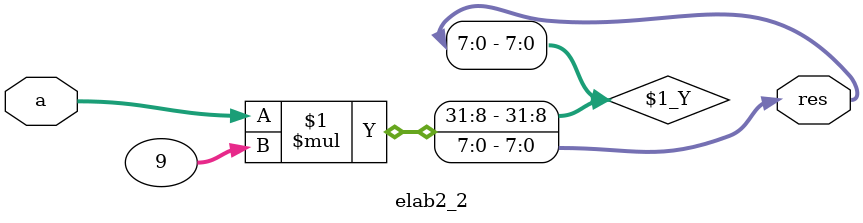
<source format=v>
module elab2_2(a, res);

input signed [3:0] a;
output signed [7:0] res = a * 9;

endmodule

</source>
